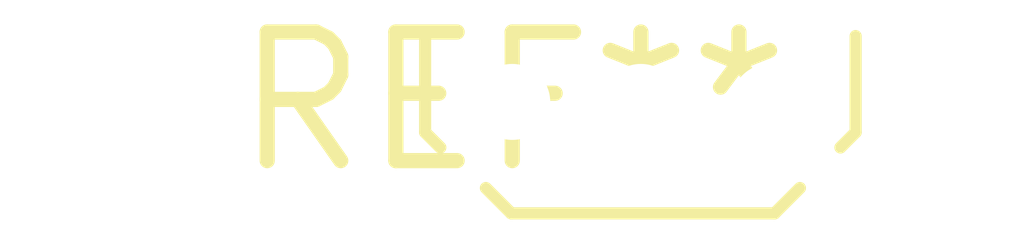
<source format=kicad_pcb>
(kicad_pcb (version 20240108) (generator pcbnew)
  (layers (0 "F.Cu" signal) (31 "B.Cu" signal) (34 "B.Paste" user) (35 "F.Paste" user) (36 "B.SilkS" user "B.Silkscreen") (37 "F.SilkS" user "F.Silkscreen") (38 "B.Mask" user) (39 "F.Mask" user) (44 "Edge.Cuts" user))
  (net 0 "")
  (footprint "TO-92Flat" (layer "F.Cu") (at 0 0)
    (property "Reference" "REF**")
    (property "Value" "TO-92Flat")
    (fp_line (start -0.86 0.3) (end -0.86 -0.65) (layer "F.SilkS") (stroke (width 0.12)))
    (fp_line (start -0.71 0.45) (end -0.86 0.3) (layer "F.SilkS") (stroke (width 0.12)))
    (fp_line (start -0.01 1.1) (end -0.26 0.85) (layer "F.SilkS") (stroke (width 0.12)))
    (fp_line (start -0.01 1.1) (end 2.59 1.1) (layer "F.SilkS") (stroke (width 0.12)))
    (fp_line (start 2.59 1.1) (end 2.84 0.85) (layer "F.SilkS") (stroke (width 0.12)))
    (fp_line (start 3.24 0.45) (end 3.39 0.3) (layer "F.SilkS") (stroke (width 0.12)))
    (fp_line (start 3.39 -0.65) (end 3.39 0.3) (layer "F.SilkS") (stroke (width 0.12)))
    (pad "1" thru_hole roundrect (at 0 0) (size 1.05 1.3) (drill 0.75) (layers *.Cu *.Mask) (remove_unused_layers) (roundrect_rratio 0.238))
    (pad "2" thru_hole oval (at 1.27 0) (size 1.05 1.3) (drill 0.75) (layers *.Cu *.Mask) (remove_unused_layers))
    (pad "3" thru_hole oval (at 2.54 0) (size 1.05 1.3) (drill 0.75) (layers *.Cu *.Mask) (remove_unused_layers))
  )
)
</source>
